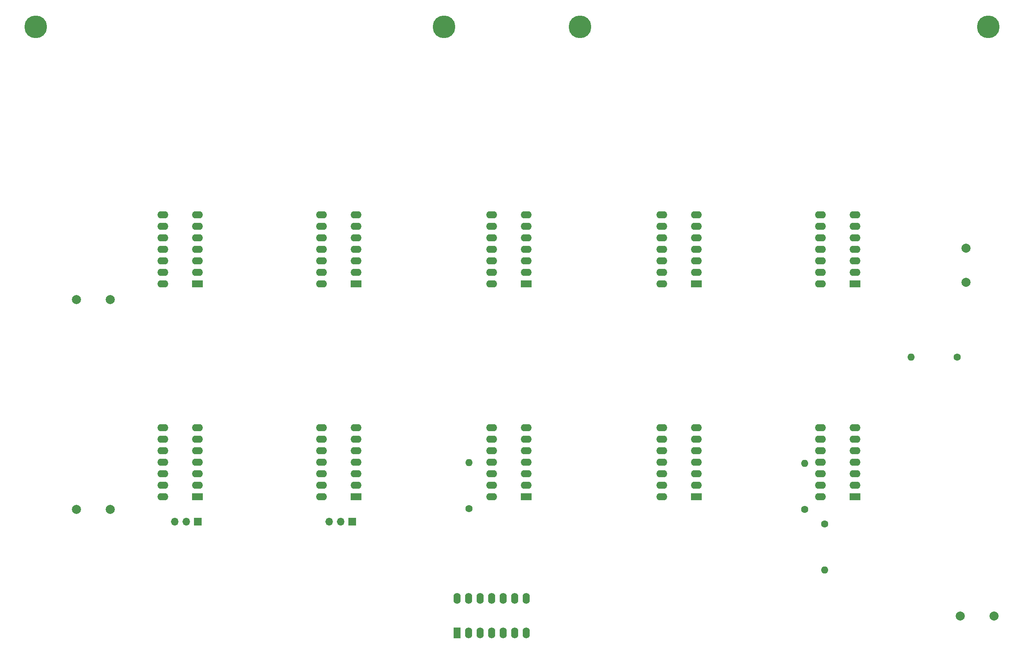
<source format=gbr>
%TF.GenerationSoftware,KiCad,Pcbnew,(5.1.10-1-10_14)*%
%TF.CreationDate,2022-01-24T12:26:02+11:00*%
%TF.ProjectId,Input:Output Interface,496e7075-743a-44f7-9574-70757420496e,rev?*%
%TF.SameCoordinates,Original*%
%TF.FileFunction,Soldermask,Top*%
%TF.FilePolarity,Negative*%
%FSLAX46Y46*%
G04 Gerber Fmt 4.6, Leading zero omitted, Abs format (unit mm)*
G04 Created by KiCad (PCBNEW (5.1.10-1-10_14)) date 2022-01-24 12:26:02*
%MOMM*%
%LPD*%
G01*
G04 APERTURE LIST*
%ADD10O,1.600000X2.400000*%
%ADD11R,1.600000X2.400000*%
%ADD12O,2.400000X1.600000*%
%ADD13R,2.400000X1.600000*%
%ADD14C,5.000000*%
%ADD15O,1.600000X1.600000*%
%ADD16C,1.600000*%
%ADD17C,2.000000*%
%ADD18R,1.700000X1.700000*%
%ADD19O,1.700000X1.700000*%
G04 APERTURE END LIST*
D10*
%TO.C,U11*%
X167880000Y-189180000D03*
X183120000Y-196800000D03*
X170420000Y-189180000D03*
X180580000Y-196800000D03*
X172960000Y-189180000D03*
X178040000Y-196800000D03*
X175500000Y-189180000D03*
X175500000Y-196800000D03*
X178040000Y-189180000D03*
X172960000Y-196800000D03*
X180580000Y-189180000D03*
X170420000Y-196800000D03*
X183120000Y-189180000D03*
D11*
X167880000Y-196800000D03*
%TD*%
D12*
%TO.C,U7*%
X138000000Y-166740000D03*
X145620000Y-151500000D03*
X138000000Y-164200000D03*
X145620000Y-154040000D03*
X138000000Y-161660000D03*
X145620000Y-156580000D03*
X138000000Y-159120000D03*
X145620000Y-159120000D03*
X138000000Y-156580000D03*
X145620000Y-161660000D03*
X138000000Y-154040000D03*
X145620000Y-164200000D03*
X138000000Y-151500000D03*
D13*
X145620000Y-166740000D03*
%TD*%
D12*
%TO.C,U9*%
X213000000Y-166740000D03*
X220620000Y-151500000D03*
X213000000Y-164200000D03*
X220620000Y-154040000D03*
X213000000Y-161660000D03*
X220620000Y-156580000D03*
X213000000Y-159120000D03*
X220620000Y-159120000D03*
X213000000Y-156580000D03*
X220620000Y-161660000D03*
X213000000Y-154040000D03*
X220620000Y-164200000D03*
X213000000Y-151500000D03*
D13*
X220620000Y-166740000D03*
%TD*%
D12*
%TO.C,U6*%
X103000000Y-166740000D03*
X110620000Y-151500000D03*
X103000000Y-164200000D03*
X110620000Y-154040000D03*
X103000000Y-161660000D03*
X110620000Y-156580000D03*
X103000000Y-159120000D03*
X110620000Y-159120000D03*
X103000000Y-156580000D03*
X110620000Y-161660000D03*
X103000000Y-154040000D03*
X110620000Y-164200000D03*
X103000000Y-151500000D03*
D13*
X110620000Y-166740000D03*
%TD*%
D12*
%TO.C,U1*%
X103000000Y-119740000D03*
X110620000Y-104500000D03*
X103000000Y-117200000D03*
X110620000Y-107040000D03*
X103000000Y-114660000D03*
X110620000Y-109580000D03*
X103000000Y-112120000D03*
X110620000Y-112120000D03*
X103000000Y-109580000D03*
X110620000Y-114660000D03*
X103000000Y-107040000D03*
X110620000Y-117200000D03*
X103000000Y-104500000D03*
D13*
X110620000Y-119740000D03*
%TD*%
D12*
%TO.C,U2*%
X138000000Y-119740000D03*
X145620000Y-104500000D03*
X138000000Y-117200000D03*
X145620000Y-107040000D03*
X138000000Y-114660000D03*
X145620000Y-109580000D03*
X138000000Y-112120000D03*
X145620000Y-112120000D03*
X138000000Y-109580000D03*
X145620000Y-114660000D03*
X138000000Y-107040000D03*
X145620000Y-117200000D03*
X138000000Y-104500000D03*
D13*
X145620000Y-119740000D03*
%TD*%
D12*
%TO.C,U3*%
X175500000Y-119740000D03*
X183120000Y-104500000D03*
X175500000Y-117200000D03*
X183120000Y-107040000D03*
X175500000Y-114660000D03*
X183120000Y-109580000D03*
X175500000Y-112120000D03*
X183120000Y-112120000D03*
X175500000Y-109580000D03*
X183120000Y-114660000D03*
X175500000Y-107040000D03*
X183120000Y-117200000D03*
X175500000Y-104500000D03*
D13*
X183120000Y-119740000D03*
%TD*%
D12*
%TO.C,U4*%
X213000000Y-119740000D03*
X220620000Y-104500000D03*
X213000000Y-117200000D03*
X220620000Y-107040000D03*
X213000000Y-114660000D03*
X220620000Y-109580000D03*
X213000000Y-112120000D03*
X220620000Y-112120000D03*
X213000000Y-109580000D03*
X220620000Y-114660000D03*
X213000000Y-107040000D03*
X220620000Y-117200000D03*
X213000000Y-104500000D03*
D13*
X220620000Y-119740000D03*
%TD*%
D12*
%TO.C,U5*%
X248000000Y-119740000D03*
X255620000Y-104500000D03*
X248000000Y-117200000D03*
X255620000Y-107040000D03*
X248000000Y-114660000D03*
X255620000Y-109580000D03*
X248000000Y-112120000D03*
X255620000Y-112120000D03*
X248000000Y-109580000D03*
X255620000Y-114660000D03*
X248000000Y-107040000D03*
X255620000Y-117200000D03*
X248000000Y-104500000D03*
D13*
X255620000Y-119740000D03*
%TD*%
D12*
%TO.C,U8*%
X175500000Y-166740000D03*
X183120000Y-151500000D03*
X175500000Y-164200000D03*
X183120000Y-154040000D03*
X175500000Y-161660000D03*
X183120000Y-156580000D03*
X175500000Y-159120000D03*
X183120000Y-159120000D03*
X175500000Y-156580000D03*
X183120000Y-161660000D03*
X175500000Y-154040000D03*
X183120000Y-164200000D03*
X175500000Y-151500000D03*
D13*
X183120000Y-166740000D03*
%TD*%
D12*
%TO.C,U10*%
X248000000Y-166740000D03*
X255620000Y-151500000D03*
X248000000Y-164200000D03*
X255620000Y-154040000D03*
X248000000Y-161660000D03*
X255620000Y-156580000D03*
X248000000Y-159120000D03*
X255620000Y-159120000D03*
X248000000Y-156580000D03*
X255620000Y-161660000D03*
X248000000Y-154040000D03*
X255620000Y-164200000D03*
X248000000Y-151500000D03*
D13*
X255620000Y-166740000D03*
%TD*%
D14*
%TO.C,H2*%
X285000000Y-63000000D03*
X195000000Y-63000000D03*
%TD*%
%TO.C,H1*%
X165000000Y-63000000D03*
X75000000Y-63000000D03*
%TD*%
D15*
%TO.C,R4*%
X267970000Y-135890000D03*
D16*
X278130000Y-135890000D03*
%TD*%
D15*
%TO.C,R3*%
X248920000Y-182880000D03*
D16*
X248920000Y-172720000D03*
%TD*%
D15*
%TO.C,R2*%
X244475000Y-159385000D03*
D16*
X244475000Y-169545000D03*
%TD*%
D15*
%TO.C,R1*%
X170500000Y-159200000D03*
D16*
X170500000Y-169360000D03*
%TD*%
D17*
%TO.C,C4*%
X286265000Y-193040000D03*
X278765000Y-193040000D03*
%TD*%
%TO.C,C3*%
X280035000Y-111880000D03*
X280035000Y-119380000D03*
%TD*%
%TO.C,C2*%
X83940000Y-169545000D03*
X91440000Y-169545000D03*
%TD*%
%TO.C,C1*%
X83940000Y-123190000D03*
X91440000Y-123190000D03*
%TD*%
D18*
%TO.C,J1*%
X110744000Y-172212000D03*
D19*
X108204000Y-172212000D03*
X105664000Y-172212000D03*
%TD*%
%TO.C,J2*%
X139700000Y-172212000D03*
X142240000Y-172212000D03*
D18*
X144780000Y-172212000D03*
%TD*%
M02*

</source>
